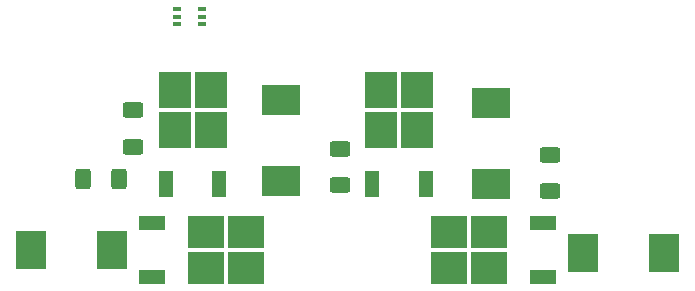
<source format=gbr>
%TF.GenerationSoftware,KiCad,Pcbnew,6.0.7*%
%TF.CreationDate,2022-11-09T15:14:02-05:00*%
%TF.ProjectId,Actuator Driver,41637475-6174-46f7-9220-447269766572,rev?*%
%TF.SameCoordinates,Original*%
%TF.FileFunction,Paste,Top*%
%TF.FilePolarity,Positive*%
%FSLAX46Y46*%
G04 Gerber Fmt 4.6, Leading zero omitted, Abs format (unit mm)*
G04 Created by KiCad (PCBNEW 6.0.7) date 2022-11-09 15:14:02*
%MOMM*%
%LPD*%
G01*
G04 APERTURE LIST*
G04 Aperture macros list*
%AMRoundRect*
0 Rectangle with rounded corners*
0 $1 Rounding radius*
0 $2 $3 $4 $5 $6 $7 $8 $9 X,Y pos of 4 corners*
0 Add a 4 corners polygon primitive as box body*
4,1,4,$2,$3,$4,$5,$6,$7,$8,$9,$2,$3,0*
0 Add four circle primitives for the rounded corners*
1,1,$1+$1,$2,$3*
1,1,$1+$1,$4,$5*
1,1,$1+$1,$6,$7*
1,1,$1+$1,$8,$9*
0 Add four rect primitives between the rounded corners*
20,1,$1+$1,$2,$3,$4,$5,0*
20,1,$1+$1,$4,$5,$6,$7,0*
20,1,$1+$1,$6,$7,$8,$9,0*
20,1,$1+$1,$8,$9,$2,$3,0*%
G04 Aperture macros list end*
%ADD10R,3.050000X2.750000*%
%ADD11R,2.200000X1.200000*%
%ADD12RoundRect,0.250000X0.625000X-0.400000X0.625000X0.400000X-0.625000X0.400000X-0.625000X-0.400000X0*%
%ADD13R,3.300000X2.500000*%
%ADD14R,2.500000X3.300000*%
%ADD15RoundRect,0.250000X-0.625000X0.400000X-0.625000X-0.400000X0.625000X-0.400000X0.625000X0.400000X0*%
%ADD16R,2.750000X3.050000*%
%ADD17R,1.200000X2.200000*%
%ADD18RoundRect,0.250000X0.400000X0.625000X-0.400000X0.625000X-0.400000X-0.625000X0.400000X-0.625000X0*%
%ADD19R,0.782500X0.355600*%
G04 APERTURE END LIST*
D10*
%TO.C,Q3*%
X158975000Y-128225000D03*
X162325000Y-128225000D03*
X158975000Y-131275000D03*
X162325000Y-131275000D03*
D11*
X166950000Y-132030000D03*
X166950000Y-127470000D03*
%TD*%
D12*
%TO.C,R1*%
X149750000Y-124300000D03*
X149750000Y-121200000D03*
%TD*%
D13*
%TO.C,D1*%
X162500000Y-117350000D03*
X162500000Y-124150000D03*
%TD*%
D14*
%TO.C,D3*%
X170350000Y-130000000D03*
X177150000Y-130000000D03*
%TD*%
D13*
%TO.C,D2*%
X144750000Y-117100000D03*
X144750000Y-123900000D03*
%TD*%
D15*
%TO.C,R2*%
X132250000Y-117950000D03*
X132250000Y-121050000D03*
%TD*%
%TO.C,R3*%
X167500000Y-121700000D03*
X167500000Y-124800000D03*
%TD*%
D16*
%TO.C,Q2*%
X135725000Y-119575000D03*
X138775000Y-116225000D03*
X138775000Y-119575000D03*
X135725000Y-116225000D03*
D17*
X134970000Y-124200000D03*
X139530000Y-124200000D03*
%TD*%
D18*
%TO.C,R4*%
X131050000Y-123750000D03*
X127950000Y-123750000D03*
%TD*%
D14*
%TO.C,D4*%
X130400000Y-129750000D03*
X123600000Y-129750000D03*
%TD*%
D16*
%TO.C,Q1*%
X153225000Y-116225000D03*
X156275000Y-116225000D03*
X156275000Y-119575000D03*
X153225000Y-119575000D03*
D17*
X152470000Y-124200000D03*
X157030000Y-124200000D03*
%TD*%
D10*
%TO.C,Q4*%
X141775000Y-131275000D03*
X141775000Y-128225000D03*
X138425000Y-131275000D03*
X138425000Y-128225000D03*
D11*
X133800000Y-127470000D03*
X133800000Y-132030000D03*
%TD*%
D19*
%TO.C,U1*%
X138064349Y-110649999D03*
X138064349Y-110000000D03*
X138064349Y-109350001D03*
X135935651Y-109350001D03*
X135935651Y-110000000D03*
X135935651Y-110649999D03*
%TD*%
M02*

</source>
